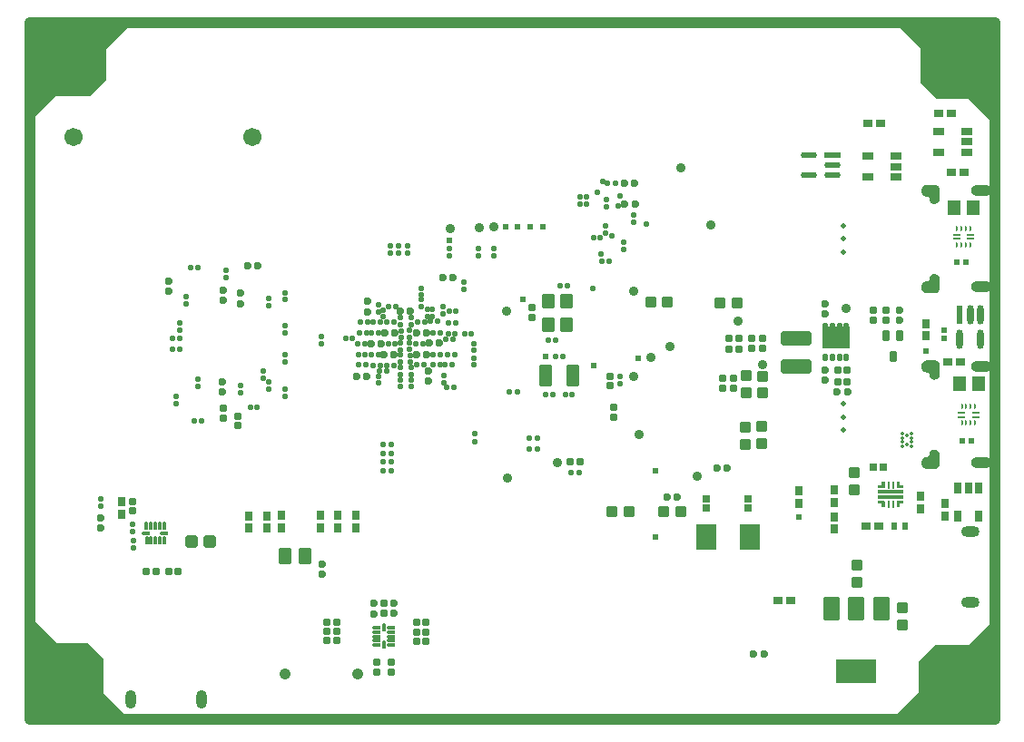
<source format=gbs>
G04*
G04 #@! TF.GenerationSoftware,Altium Limited,Altium Designer,25.1.2 (22)*
G04*
G04 Layer_Color=16711935*
%FSAX25Y25*%
%MOIN*%
G70*
G04*
G04 #@! TF.SameCoordinates,C8C0AD5F-FC7A-4EF2-B1F4-1BF668D8B3FE*
G04*
G04*
G04 #@! TF.FilePolarity,Negative*
G04*
G01*
G75*
%ADD72C,0.03937*%
%ADD73C,0.02368*%
G04:AMPARAMS|DCode=77|XSize=24mil|YSize=24mil|CornerRadius=4mil|HoleSize=0mil|Usage=FLASHONLY|Rotation=180.000|XOffset=0mil|YOffset=0mil|HoleType=Round|Shape=RoundedRectangle|*
%AMROUNDEDRECTD77*
21,1,0.02400,0.01600,0,0,180.0*
21,1,0.01600,0.02400,0,0,180.0*
1,1,0.00800,-0.00800,0.00800*
1,1,0.00800,0.00800,0.00800*
1,1,0.00800,0.00800,-0.00800*
1,1,0.00800,-0.00800,-0.00800*
%
%ADD77ROUNDEDRECTD77*%
%ADD80R,0.03353X0.02762*%
G04:AMPARAMS|DCode=84|XSize=41.4mil|YSize=37.47mil|CornerRadius=5.35mil|HoleSize=0mil|Usage=FLASHONLY|Rotation=270.000|XOffset=0mil|YOffset=0mil|HoleType=Round|Shape=RoundedRectangle|*
%AMROUNDEDRECTD84*
21,1,0.04140,0.02677,0,0,270.0*
21,1,0.03071,0.03747,0,0,270.0*
1,1,0.01069,-0.01339,-0.01535*
1,1,0.01069,-0.01339,0.01535*
1,1,0.01069,0.01339,0.01535*
1,1,0.01069,0.01339,-0.01535*
%
%ADD84ROUNDEDRECTD84*%
G04:AMPARAMS|DCode=87|XSize=18.01mil|YSize=18.01mil|CornerRadius=4.2mil|HoleSize=0mil|Usage=FLASHONLY|Rotation=180.000|XOffset=0mil|YOffset=0mil|HoleType=Round|Shape=RoundedRectangle|*
%AMROUNDEDRECTD87*
21,1,0.01801,0.00961,0,0,180.0*
21,1,0.00961,0.01801,0,0,180.0*
1,1,0.00840,-0.00480,0.00480*
1,1,0.00840,0.00480,0.00480*
1,1,0.00840,0.00480,-0.00480*
1,1,0.00840,-0.00480,-0.00480*
%
%ADD87ROUNDEDRECTD87*%
G04:AMPARAMS|DCode=88|XSize=18.01mil|YSize=18.01mil|CornerRadius=4.2mil|HoleSize=0mil|Usage=FLASHONLY|Rotation=270.000|XOffset=0mil|YOffset=0mil|HoleType=Round|Shape=RoundedRectangle|*
%AMROUNDEDRECTD88*
21,1,0.01801,0.00961,0,0,270.0*
21,1,0.00961,0.01801,0,0,270.0*
1,1,0.00840,-0.00480,-0.00480*
1,1,0.00840,-0.00480,0.00480*
1,1,0.00840,0.00480,0.00480*
1,1,0.00840,0.00480,-0.00480*
%
%ADD88ROUNDEDRECTD88*%
G04:AMPARAMS|DCode=89|XSize=17.78mil|YSize=17.78mil|CornerRadius=3.38mil|HoleSize=0mil|Usage=FLASHONLY|Rotation=180.000|XOffset=0mil|YOffset=0mil|HoleType=Round|Shape=RoundedRectangle|*
%AMROUNDEDRECTD89*
21,1,0.01778,0.01102,0,0,180.0*
21,1,0.01102,0.01778,0,0,180.0*
1,1,0.00676,-0.00551,0.00551*
1,1,0.00676,0.00551,0.00551*
1,1,0.00676,0.00551,-0.00551*
1,1,0.00676,-0.00551,-0.00551*
%
%ADD89ROUNDEDRECTD89*%
%ADD92C,0.01384*%
%ADD94R,0.02368X0.01975*%
%ADD95R,0.02920X0.02762*%
%ADD96R,0.01975X0.02368*%
G04:AMPARAMS|DCode=101|XSize=27.62mil|YSize=27.62mil|CornerRadius=4.36mil|HoleSize=0mil|Usage=FLASHONLY|Rotation=270.000|XOffset=0mil|YOffset=0mil|HoleType=Round|Shape=RoundedRectangle|*
%AMROUNDEDRECTD101*
21,1,0.02762,0.01890,0,0,270.0*
21,1,0.01890,0.02762,0,0,270.0*
1,1,0.00872,-0.00945,-0.00945*
1,1,0.00872,-0.00945,0.00945*
1,1,0.00872,0.00945,0.00945*
1,1,0.00872,0.00945,-0.00945*
%
%ADD101ROUNDEDRECTD101*%
G04:AMPARAMS|DCode=105|XSize=47.31mil|YSize=43.37mil|CornerRadius=5.94mil|HoleSize=0mil|Usage=FLASHONLY|Rotation=90.000|XOffset=0mil|YOffset=0mil|HoleType=Round|Shape=RoundedRectangle|*
%AMROUNDEDRECTD105*
21,1,0.04731,0.03150,0,0,90.0*
21,1,0.03543,0.04337,0,0,90.0*
1,1,0.01187,0.01575,0.01772*
1,1,0.01187,0.01575,-0.01772*
1,1,0.01187,-0.01575,-0.01772*
1,1,0.01187,-0.01575,0.01772*
%
%ADD105ROUNDEDRECTD105*%
G04:AMPARAMS|DCode=107|XSize=24mil|YSize=24mil|CornerRadius=4mil|HoleSize=0mil|Usage=FLASHONLY|Rotation=270.000|XOffset=0mil|YOffset=0mil|HoleType=Round|Shape=RoundedRectangle|*
%AMROUNDEDRECTD107*
21,1,0.02400,0.01600,0,0,270.0*
21,1,0.01600,0.02400,0,0,270.0*
1,1,0.00800,-0.00800,-0.00800*
1,1,0.00800,-0.00800,0.00800*
1,1,0.00800,0.00800,0.00800*
1,1,0.00800,0.00800,-0.00800*
%
%ADD107ROUNDEDRECTD107*%
G04:AMPARAMS|DCode=113|XSize=41.4mil|YSize=37.47mil|CornerRadius=5.35mil|HoleSize=0mil|Usage=FLASHONLY|Rotation=180.000|XOffset=0mil|YOffset=0mil|HoleType=Round|Shape=RoundedRectangle|*
%AMROUNDEDRECTD113*
21,1,0.04140,0.02677,0,0,180.0*
21,1,0.03071,0.03747,0,0,180.0*
1,1,0.01069,-0.01535,0.01339*
1,1,0.01069,0.01535,0.01339*
1,1,0.01069,0.01535,-0.01339*
1,1,0.01069,-0.01535,-0.01339*
%
%ADD113ROUNDEDRECTD113*%
%ADD125C,0.04140*%
%ADD126O,0.03943X0.06699*%
%ADD127O,0.07684X0.04140*%
%ADD128C,0.20085*%
%ADD129O,0.06699X0.03943*%
%ADD130C,0.06699*%
%ADD131C,0.02198*%
%ADD132C,0.01968*%
%ADD133C,0.02568*%
G04:AMPARAMS|DCode=165|XSize=19.68mil|YSize=7.87mil|CornerRadius=1.97mil|HoleSize=0mil|Usage=FLASHONLY|Rotation=270.000|XOffset=0mil|YOffset=0mil|HoleType=Round|Shape=RoundedRectangle|*
%AMROUNDEDRECTD165*
21,1,0.01968,0.00394,0,0,270.0*
21,1,0.01575,0.00787,0,0,270.0*
1,1,0.00394,-0.00197,-0.00787*
1,1,0.00394,-0.00197,0.00787*
1,1,0.00394,0.00197,0.00787*
1,1,0.00394,0.00197,-0.00787*
%
%ADD165ROUNDEDRECTD165*%
G04:AMPARAMS|DCode=166|XSize=7.87mil|YSize=27.56mil|CornerRadius=1.97mil|HoleSize=0mil|Usage=FLASHONLY|Rotation=270.000|XOffset=0mil|YOffset=0mil|HoleType=Round|Shape=RoundedRectangle|*
%AMROUNDEDRECTD166*
21,1,0.00787,0.02362,0,0,270.0*
21,1,0.00394,0.02756,0,0,270.0*
1,1,0.00394,-0.01181,-0.00197*
1,1,0.00394,-0.01181,0.00197*
1,1,0.00394,0.01181,0.00197*
1,1,0.00394,0.01181,-0.00197*
%
%ADD166ROUNDEDRECTD166*%
%ADD173R,0.05926X0.02253*%
G04:AMPARAMS|DCode=174|XSize=59.26mil|YSize=22.53mil|CornerRadius=11.26mil|HoleSize=0mil|Usage=FLASHONLY|Rotation=180.000|XOffset=0mil|YOffset=0mil|HoleType=Round|Shape=RoundedRectangle|*
%AMROUNDEDRECTD174*
21,1,0.05926,0.00000,0,0,180.0*
21,1,0.03674,0.02253,0,0,180.0*
1,1,0.02253,-0.01837,0.00000*
1,1,0.02253,0.01837,0.00000*
1,1,0.02253,0.01837,0.00000*
1,1,0.02253,-0.01837,0.00000*
%
%ADD174ROUNDEDRECTD174*%
G04:AMPARAMS|DCode=175|XSize=43.31mil|YSize=23.62mil|CornerRadius=2.01mil|HoleSize=0mil|Usage=FLASHONLY|Rotation=180.000|XOffset=0mil|YOffset=0mil|HoleType=Round|Shape=RoundedRectangle|*
%AMROUNDEDRECTD175*
21,1,0.04331,0.01961,0,0,180.0*
21,1,0.03929,0.02362,0,0,180.0*
1,1,0.00402,-0.01965,0.00980*
1,1,0.00402,0.01965,0.00980*
1,1,0.00402,0.01965,-0.00980*
1,1,0.00402,-0.01965,-0.00980*
%
%ADD175ROUNDEDRECTD175*%
%ADD176R,0.02410X0.07107*%
G04:AMPARAMS|DCode=177|XSize=71.07mil|YSize=24.1mil|CornerRadius=12.05mil|HoleSize=0mil|Usage=FLASHONLY|Rotation=270.000|XOffset=0mil|YOffset=0mil|HoleType=Round|Shape=RoundedRectangle|*
%AMROUNDEDRECTD177*
21,1,0.07107,0.00000,0,0,270.0*
21,1,0.04697,0.02410,0,0,270.0*
1,1,0.02410,0.00000,-0.02349*
1,1,0.02410,0.00000,0.02349*
1,1,0.02410,0.00000,0.02349*
1,1,0.02410,0.00000,-0.02349*
%
%ADD177ROUNDEDRECTD177*%
G04:AMPARAMS|DCode=178|XSize=23.62mil|YSize=9.84mil|CornerRadius=1.97mil|HoleSize=0mil|Usage=FLASHONLY|Rotation=90.000|XOffset=0mil|YOffset=0mil|HoleType=Round|Shape=RoundedRectangle|*
%AMROUNDEDRECTD178*
21,1,0.02362,0.00591,0,0,90.0*
21,1,0.01968,0.00984,0,0,90.0*
1,1,0.00394,0.00295,0.00984*
1,1,0.00394,0.00295,-0.00984*
1,1,0.00394,-0.00295,-0.00984*
1,1,0.00394,-0.00295,0.00984*
%
%ADD178ROUNDEDRECTD178*%
%ADD179C,0.01063*%
%ADD180C,0.01002*%
%ADD181C,0.01063*%
G04:AMPARAMS|DCode=182|XSize=11.81mil|YSize=94.49mil|CornerRadius=1.95mil|HoleSize=0mil|Usage=FLASHONLY|Rotation=90.000|XOffset=0mil|YOffset=0mil|HoleType=Round|Shape=RoundedRectangle|*
%AMROUNDEDRECTD182*
21,1,0.01181,0.09059,0,0,90.0*
21,1,0.00791,0.09449,0,0,90.0*
1,1,0.00390,0.04530,0.00396*
1,1,0.00390,0.04530,-0.00396*
1,1,0.00390,-0.04530,-0.00396*
1,1,0.00390,-0.04530,0.00396*
%
%ADD182ROUNDEDRECTD182*%
G04:AMPARAMS|DCode=185|XSize=43.31mil|YSize=23.62mil|CornerRadius=2.01mil|HoleSize=0mil|Usage=FLASHONLY|Rotation=270.000|XOffset=0mil|YOffset=0mil|HoleType=Round|Shape=RoundedRectangle|*
%AMROUNDEDRECTD185*
21,1,0.04331,0.01961,0,0,270.0*
21,1,0.03929,0.02362,0,0,270.0*
1,1,0.00402,-0.00980,-0.01965*
1,1,0.00402,-0.00980,0.01965*
1,1,0.00402,0.00980,0.01965*
1,1,0.00402,0.00980,-0.01965*
%
%ADD185ROUNDEDRECTD185*%
%ADD194R,0.07480X0.09449*%
%ADD202R,0.02762X0.03353*%
G04:AMPARAMS|DCode=203|XSize=27.62mil|YSize=27.62mil|CornerRadius=4.36mil|HoleSize=0mil|Usage=FLASHONLY|Rotation=180.000|XOffset=0mil|YOffset=0mil|HoleType=Round|Shape=RoundedRectangle|*
%AMROUNDEDRECTD203*
21,1,0.02762,0.01890,0,0,180.0*
21,1,0.01890,0.02762,0,0,180.0*
1,1,0.00872,-0.00945,0.00945*
1,1,0.00872,0.00945,0.00945*
1,1,0.00872,0.00945,-0.00945*
1,1,0.00872,-0.00945,-0.00945*
%
%ADD203ROUNDEDRECTD203*%
G04:AMPARAMS|DCode=204|XSize=30mil|YSize=12mil|CornerRadius=2.8mil|HoleSize=0mil|Usage=FLASHONLY|Rotation=0.000|XOffset=0mil|YOffset=0mil|HoleType=Round|Shape=RoundedRectangle|*
%AMROUNDEDRECTD204*
21,1,0.03000,0.00640,0,0,0.0*
21,1,0.02440,0.01200,0,0,0.0*
1,1,0.00560,0.01220,-0.00320*
1,1,0.00560,-0.01220,-0.00320*
1,1,0.00560,-0.01220,0.00320*
1,1,0.00560,0.01220,0.00320*
%
%ADD204ROUNDEDRECTD204*%
G04:AMPARAMS|DCode=205|XSize=12mil|YSize=30mil|CornerRadius=2.8mil|HoleSize=0mil|Usage=FLASHONLY|Rotation=0.000|XOffset=0mil|YOffset=0mil|HoleType=Round|Shape=RoundedRectangle|*
%AMROUNDEDRECTD205*
21,1,0.01200,0.02440,0,0,0.0*
21,1,0.00640,0.03000,0,0,0.0*
1,1,0.00560,0.00320,-0.01220*
1,1,0.00560,-0.00320,-0.01220*
1,1,0.00560,-0.00320,0.01220*
1,1,0.00560,0.00320,0.01220*
%
%ADD205ROUNDEDRECTD205*%
G04:AMPARAMS|DCode=206|XSize=30mil|YSize=16mil|CornerRadius=3.2mil|HoleSize=0mil|Usage=FLASHONLY|Rotation=0.000|XOffset=0mil|YOffset=0mil|HoleType=Round|Shape=RoundedRectangle|*
%AMROUNDEDRECTD206*
21,1,0.03000,0.00960,0,0,0.0*
21,1,0.02360,0.01600,0,0,0.0*
1,1,0.00640,0.01180,-0.00480*
1,1,0.00640,-0.01180,-0.00480*
1,1,0.00640,-0.01180,0.00480*
1,1,0.00640,0.01180,0.00480*
%
%ADD206ROUNDEDRECTD206*%
%ADD207C,0.03550*%
G04:AMPARAMS|DCode=208|XSize=42.98mil|YSize=23.68mil|CornerRadius=3.97mil|HoleSize=0mil|Usage=FLASHONLY|Rotation=270.000|XOffset=0mil|YOffset=0mil|HoleType=Round|Shape=RoundedRectangle|*
%AMROUNDEDRECTD208*
21,1,0.04298,0.01575,0,0,270.0*
21,1,0.03504,0.02368,0,0,270.0*
1,1,0.00794,-0.00787,-0.01752*
1,1,0.00794,-0.00787,0.01752*
1,1,0.00794,0.00787,0.01752*
1,1,0.00794,0.00787,-0.01752*
%
%ADD208ROUNDEDRECTD208*%
%ADD209R,0.04928X0.05715*%
%ADD210R,0.02762X0.02920*%
%ADD211R,0.02368X0.02762*%
G04:AMPARAMS|DCode=212|XSize=111.09mil|YSize=53.61mil|CornerRadius=6.96mil|HoleSize=0mil|Usage=FLASHONLY|Rotation=0.000|XOffset=0mil|YOffset=0mil|HoleType=Round|Shape=RoundedRectangle|*
%AMROUNDEDRECTD212*
21,1,0.11109,0.03969,0,0,0.0*
21,1,0.09717,0.05361,0,0,0.0*
1,1,0.01392,0.04858,-0.01984*
1,1,0.01392,-0.04858,-0.01984*
1,1,0.01392,-0.04858,0.01984*
1,1,0.01392,0.04858,0.01984*
%
%ADD212ROUNDEDRECTD212*%
%ADD213R,0.10046X0.07998*%
G04:AMPARAMS|DCode=214|XSize=17.78mil|YSize=17.78mil|CornerRadius=3.38mil|HoleSize=0mil|Usage=FLASHONLY|Rotation=90.000|XOffset=0mil|YOffset=0mil|HoleType=Round|Shape=RoundedRectangle|*
%AMROUNDEDRECTD214*
21,1,0.01778,0.01102,0,0,90.0*
21,1,0.01102,0.01778,0,0,90.0*
1,1,0.00676,0.00551,0.00551*
1,1,0.00676,0.00551,-0.00551*
1,1,0.00676,-0.00551,-0.00551*
1,1,0.00676,-0.00551,0.00551*
%
%ADD214ROUNDEDRECTD214*%
G04:AMPARAMS|DCode=215|XSize=25.65mil|YSize=17.78mil|CornerRadius=3.38mil|HoleSize=0mil|Usage=FLASHONLY|Rotation=90.000|XOffset=0mil|YOffset=0mil|HoleType=Round|Shape=RoundedRectangle|*
%AMROUNDEDRECTD215*
21,1,0.02565,0.01102,0,0,90.0*
21,1,0.01890,0.01778,0,0,90.0*
1,1,0.00676,0.00551,0.00945*
1,1,0.00676,0.00551,-0.00945*
1,1,0.00676,-0.00551,-0.00945*
1,1,0.00676,-0.00551,0.00945*
%
%ADD215ROUNDEDRECTD215*%
%ADD216R,0.14967X0.08865*%
G04:AMPARAMS|DCode=217|XSize=59.12mil|YSize=88.65mil|CornerRadius=7.51mil|HoleSize=0mil|Usage=FLASHONLY|Rotation=180.000|XOffset=0mil|YOffset=0mil|HoleType=Round|Shape=RoundedRectangle|*
%AMROUNDEDRECTD217*
21,1,0.05912,0.07362,0,0,180.0*
21,1,0.04409,0.08865,0,0,180.0*
1,1,0.01502,-0.02205,0.03681*
1,1,0.01502,0.02205,0.03681*
1,1,0.01502,0.02205,-0.03681*
1,1,0.01502,-0.02205,-0.03681*
%
%ADD217ROUNDEDRECTD217*%
G04:AMPARAMS|DCode=218|XSize=30mil|YSize=16mil|CornerRadius=3.2mil|HoleSize=0mil|Usage=FLASHONLY|Rotation=90.000|XOffset=0mil|YOffset=0mil|HoleType=Round|Shape=RoundedRectangle|*
%AMROUNDEDRECTD218*
21,1,0.03000,0.00960,0,0,90.0*
21,1,0.02360,0.01600,0,0,90.0*
1,1,0.00640,0.00480,0.01180*
1,1,0.00640,0.00480,-0.01180*
1,1,0.00640,-0.00480,-0.01180*
1,1,0.00640,-0.00480,0.01180*
%
%ADD218ROUNDEDRECTD218*%
G04:AMPARAMS|DCode=219|XSize=30mil|YSize=12mil|CornerRadius=2.8mil|HoleSize=0mil|Usage=FLASHONLY|Rotation=90.000|XOffset=0mil|YOffset=0mil|HoleType=Round|Shape=RoundedRectangle|*
%AMROUNDEDRECTD219*
21,1,0.03000,0.00640,0,0,90.0*
21,1,0.02440,0.01200,0,0,90.0*
1,1,0.00560,0.00320,0.01220*
1,1,0.00560,0.00320,-0.01220*
1,1,0.00560,-0.00320,-0.01220*
1,1,0.00560,-0.00320,0.01220*
%
%ADD219ROUNDEDRECTD219*%
G04:AMPARAMS|DCode=220|XSize=12mil|YSize=30mil|CornerRadius=2.8mil|HoleSize=0mil|Usage=FLASHONLY|Rotation=90.000|XOffset=0mil|YOffset=0mil|HoleType=Round|Shape=RoundedRectangle|*
%AMROUNDEDRECTD220*
21,1,0.01200,0.02440,0,0,90.0*
21,1,0.00640,0.03000,0,0,90.0*
1,1,0.00560,0.01220,0.00320*
1,1,0.00560,0.01220,-0.00320*
1,1,0.00560,-0.01220,-0.00320*
1,1,0.00560,-0.01220,0.00320*
%
%ADD220ROUNDEDRECTD220*%
G04:AMPARAMS|DCode=221|XSize=63.06mil|YSize=43.37mil|CornerRadius=5.94mil|HoleSize=0mil|Usage=FLASHONLY|Rotation=270.000|XOffset=0mil|YOffset=0mil|HoleType=Round|Shape=RoundedRectangle|*
%AMROUNDEDRECTD221*
21,1,0.06306,0.03150,0,0,270.0*
21,1,0.05118,0.04337,0,0,270.0*
1,1,0.01187,-0.01575,-0.02559*
1,1,0.01187,-0.01575,0.02559*
1,1,0.01187,0.01575,0.02559*
1,1,0.01187,0.01575,-0.02559*
%
%ADD221ROUNDEDRECTD221*%
G04:AMPARAMS|DCode=222|XSize=46.91mil|YSize=54.79mil|CornerRadius=6.29mil|HoleSize=0mil|Usage=FLASHONLY|Rotation=0.000|XOffset=0mil|YOffset=0mil|HoleType=Round|Shape=RoundedRectangle|*
%AMROUNDEDRECTD222*
21,1,0.04691,0.04221,0,0,0.0*
21,1,0.03433,0.05479,0,0,0.0*
1,1,0.01258,0.01717,-0.02110*
1,1,0.01258,-0.01717,-0.02110*
1,1,0.01258,-0.01717,0.02110*
1,1,0.01258,0.01717,0.02110*
%
%ADD222ROUNDEDRECTD222*%
G04:AMPARAMS|DCode=223|XSize=47.31mil|YSize=78.8mil|CornerRadius=6.33mil|HoleSize=0mil|Usage=FLASHONLY|Rotation=180.000|XOffset=0mil|YOffset=0mil|HoleType=Round|Shape=RoundedRectangle|*
%AMROUNDEDRECTD223*
21,1,0.04731,0.06614,0,0,180.0*
21,1,0.03465,0.07880,0,0,180.0*
1,1,0.01266,-0.01732,0.03307*
1,1,0.01266,0.01732,0.03307*
1,1,0.01266,0.01732,-0.03307*
1,1,0.01266,-0.01732,-0.03307*
%
%ADD223ROUNDEDRECTD223*%
G36*
X0700678Y0885531D02*
X0698709D01*
X0690835Y0893405D01*
X0679418D01*
X0673512Y0899311D01*
Y0911909D01*
X0664064Y0921358D01*
X0700678D01*
Y0885531D01*
D02*
G37*
G36*
X0382174Y0919390D02*
X0374300Y0911516D01*
Y0900098D01*
X0368394Y0894193D01*
X0355796D01*
X0346347Y0884744D01*
Y0921358D01*
X0382174D01*
Y0919390D01*
D02*
G37*
G36*
X0678528Y0861807D02*
X0678638Y0861799D01*
X0678753Y0861783D01*
X0678863Y0861764D01*
X0678973Y0861736D01*
X0679083Y0861705D01*
X0679190Y0861665D01*
X0679296Y0861622D01*
X0679398Y0861575D01*
X0679497Y0861520D01*
X0679595Y0861460D01*
X0679686Y0861397D01*
X0679776Y0861327D01*
X0679863Y0861256D01*
X0679946Y0861177D01*
X0680024Y0861094D01*
X0680095Y0861008D01*
X0680166Y0860917D01*
X0680229Y0860827D01*
X0680288Y0860728D01*
X0680343Y0860630D01*
X0680390Y0860527D01*
X0680434Y0860421D01*
X0680473Y0860315D01*
X0680505Y0860205D01*
X0680532Y0860094D01*
X0680552Y0859984D01*
X0680568Y0859870D01*
X0680575Y0859760D01*
X0680579Y0859646D01*
Y0856870D01*
X0680575Y0856756D01*
X0680568Y0856646D01*
X0680552Y0856531D01*
X0680532Y0856421D01*
X0680505Y0856311D01*
X0680473Y0856201D01*
X0680434Y0856094D01*
X0680390Y0855988D01*
X0680343Y0855886D01*
X0680288Y0855787D01*
X0680229Y0855689D01*
X0680166Y0855598D01*
X0680095Y0855508D01*
X0680024Y0855421D01*
X0679946Y0855338D01*
X0679863Y0855260D01*
X0679776Y0855189D01*
X0679686Y0855118D01*
X0679595Y0855055D01*
X0679497Y0854996D01*
X0679398Y0854941D01*
X0679296Y0854894D01*
X0679190Y0854850D01*
X0679083Y0854811D01*
X0678973Y0854779D01*
X0678863Y0854752D01*
X0678753Y0854732D01*
X0678638Y0854716D01*
X0678528Y0854708D01*
X0678414Y0854705D01*
X0678324Y0854708D01*
X0678233Y0854712D01*
X0678142Y0854724D01*
X0678056Y0854744D01*
X0677965Y0854764D01*
X0677879Y0854791D01*
X0677792Y0854819D01*
X0677709Y0854854D01*
X0677627Y0854894D01*
X0677548Y0854937D01*
X0677469Y0854984D01*
X0677394Y0855035D01*
X0677323Y0855090D01*
X0677256Y0855149D01*
X0677190Y0855212D01*
X0677127Y0855279D01*
X0677068Y0855346D01*
X0677012Y0855417D01*
X0676961Y0855492D01*
X0676914Y0855571D01*
X0676871Y0855649D01*
X0676831Y0855732D01*
X0676796Y0855815D01*
X0676768Y0855902D01*
X0676741Y0855988D01*
X0676721Y0856079D01*
X0676701Y0856165D01*
X0676690Y0856256D01*
X0676686Y0856346D01*
X0676682Y0856437D01*
Y0856594D01*
X0676678Y0856630D01*
X0676674Y0856669D01*
X0676666Y0856705D01*
X0676658Y0856744D01*
X0676646Y0856779D01*
X0676635Y0856815D01*
X0676619Y0856850D01*
X0676603Y0856886D01*
X0676583Y0856921D01*
X0676564Y0856953D01*
X0676544Y0856984D01*
X0676520Y0857012D01*
X0676493Y0857043D01*
X0676469Y0857071D01*
X0676442Y0857094D01*
X0676410Y0857122D01*
X0676382Y0857146D01*
X0676351Y0857165D01*
X0676316Y0857185D01*
X0676284Y0857205D01*
X0676249Y0857220D01*
X0676213Y0857236D01*
X0676178Y0857248D01*
X0676142Y0857260D01*
X0676103Y0857268D01*
X0676068Y0857275D01*
X0676028Y0857279D01*
X0675993Y0857283D01*
X0675953D01*
X0675835Y0857287D01*
X0675717Y0857295D01*
X0675599Y0857311D01*
X0675481Y0857335D01*
X0675367Y0857362D01*
X0675253Y0857394D01*
X0675142Y0857433D01*
X0675032Y0857480D01*
X0674926Y0857531D01*
X0674824Y0857586D01*
X0674721Y0857650D01*
X0674623Y0857716D01*
X0674528Y0857787D01*
X0674438Y0857866D01*
X0674351Y0857945D01*
X0674272Y0858031D01*
X0674193Y0858122D01*
X0674123Y0858216D01*
X0674056Y0858315D01*
X0673993Y0858417D01*
X0673938Y0858520D01*
X0673886Y0858626D01*
X0673839Y0858736D01*
X0673800Y0858846D01*
X0673768Y0858961D01*
X0673741Y0859075D01*
X0673717Y0859193D01*
X0673701Y0859311D01*
X0673694Y0859429D01*
X0673690Y0859547D01*
X0673694Y0859665D01*
X0673701Y0859783D01*
X0673717Y0859902D01*
X0673741Y0860020D01*
X0673768Y0860134D01*
X0673800Y0860248D01*
X0673839Y0860358D01*
X0673886Y0860468D01*
X0673938Y0860575D01*
X0673993Y0860677D01*
X0674056Y0860779D01*
X0674123Y0860878D01*
X0674193Y0860972D01*
X0674272Y0861063D01*
X0674351Y0861150D01*
X0674438Y0861228D01*
X0674528Y0861307D01*
X0674623Y0861378D01*
X0674721Y0861445D01*
X0674824Y0861508D01*
X0674926Y0861563D01*
X0675032Y0861614D01*
X0675142Y0861661D01*
X0675253Y0861701D01*
X0675367Y0861732D01*
X0675481Y0861760D01*
X0675599Y0861783D01*
X0675717Y0861799D01*
X0675835Y0861807D01*
X0675953Y0861811D01*
X0678414D01*
X0678528Y0861807D01*
D02*
G37*
G36*
Y0828953D02*
X0678638Y0828945D01*
X0678753Y0828929D01*
X0678863Y0828909D01*
X0678973Y0828882D01*
X0679083Y0828850D01*
X0679190Y0828811D01*
X0679296Y0828768D01*
X0679398Y0828720D01*
X0679497Y0828665D01*
X0679595Y0828606D01*
X0679686Y0828543D01*
X0679776Y0828472D01*
X0679863Y0828401D01*
X0679946Y0828323D01*
X0680024Y0828240D01*
X0680095Y0828153D01*
X0680166Y0828063D01*
X0680229Y0827972D01*
X0680288Y0827874D01*
X0680343Y0827775D01*
X0680390Y0827673D01*
X0680434Y0827567D01*
X0680473Y0827460D01*
X0680505Y0827350D01*
X0680532Y0827240D01*
X0680552Y0827130D01*
X0680568Y0827016D01*
X0680575Y0826905D01*
X0680579Y0826791D01*
Y0824016D01*
X0680575Y0823901D01*
X0680568Y0823791D01*
X0680552Y0823677D01*
X0680532Y0823567D01*
X0680505Y0823457D01*
X0680473Y0823346D01*
X0680434Y0823240D01*
X0680390Y0823134D01*
X0680343Y0823031D01*
X0680288Y0822933D01*
X0680229Y0822834D01*
X0680166Y0822744D01*
X0680095Y0822653D01*
X0680024Y0822567D01*
X0679946Y0822484D01*
X0679863Y0822405D01*
X0679776Y0822334D01*
X0679686Y0822264D01*
X0679595Y0822201D01*
X0679497Y0822142D01*
X0679398Y0822087D01*
X0679296Y0822039D01*
X0679190Y0821996D01*
X0679083Y0821957D01*
X0678973Y0821925D01*
X0678863Y0821898D01*
X0678753Y0821878D01*
X0678638Y0821862D01*
X0678528Y0821854D01*
X0678414Y0821850D01*
X0675953D01*
X0675835Y0821854D01*
X0675717Y0821862D01*
X0675599Y0821878D01*
X0675481Y0821902D01*
X0675367Y0821929D01*
X0675253Y0821961D01*
X0675142Y0822000D01*
X0675032Y0822047D01*
X0674926Y0822098D01*
X0674824Y0822153D01*
X0674721Y0822216D01*
X0674623Y0822283D01*
X0674528Y0822354D01*
X0674438Y0822433D01*
X0674351Y0822512D01*
X0674272Y0822598D01*
X0674193Y0822689D01*
X0674123Y0822783D01*
X0674056Y0822882D01*
X0673993Y0822984D01*
X0673938Y0823086D01*
X0673886Y0823193D01*
X0673839Y0823303D01*
X0673800Y0823413D01*
X0673768Y0823527D01*
X0673741Y0823642D01*
X0673717Y0823760D01*
X0673701Y0823878D01*
X0673694Y0823996D01*
X0673690Y0824114D01*
X0673694Y0824232D01*
X0673701Y0824350D01*
X0673717Y0824468D01*
X0673741Y0824586D01*
X0673768Y0824701D01*
X0673800Y0824815D01*
X0673839Y0824925D01*
X0673886Y0825035D01*
X0673938Y0825142D01*
X0673993Y0825244D01*
X0674056Y0825346D01*
X0674123Y0825445D01*
X0674193Y0825539D01*
X0674272Y0825630D01*
X0674351Y0825716D01*
X0674438Y0825795D01*
X0674528Y0825874D01*
X0674623Y0825945D01*
X0674721Y0826012D01*
X0674824Y0826075D01*
X0674926Y0826130D01*
X0675032Y0826181D01*
X0675142Y0826228D01*
X0675253Y0826268D01*
X0675367Y0826299D01*
X0675481Y0826327D01*
X0675599Y0826350D01*
X0675717Y0826366D01*
X0675835Y0826374D01*
X0675953Y0826378D01*
X0675993D01*
X0676028Y0826382D01*
X0676068Y0826386D01*
X0676103Y0826394D01*
X0676142Y0826402D01*
X0676178Y0826413D01*
X0676213Y0826425D01*
X0676249Y0826441D01*
X0676284Y0826457D01*
X0676316Y0826476D01*
X0676351Y0826496D01*
X0676382Y0826516D01*
X0676410Y0826539D01*
X0676442Y0826567D01*
X0676469Y0826590D01*
X0676493Y0826618D01*
X0676520Y0826649D01*
X0676544Y0826677D01*
X0676564Y0826709D01*
X0676583Y0826740D01*
X0676603Y0826775D01*
X0676619Y0826811D01*
X0676635Y0826846D01*
X0676646Y0826882D01*
X0676658Y0826917D01*
X0676666Y0826957D01*
X0676674Y0826992D01*
X0676678Y0827031D01*
X0676682Y0827067D01*
Y0827224D01*
X0676686Y0827315D01*
X0676690Y0827405D01*
X0676701Y0827496D01*
X0676721Y0827583D01*
X0676741Y0827673D01*
X0676768Y0827760D01*
X0676796Y0827846D01*
X0676831Y0827929D01*
X0676871Y0828012D01*
X0676914Y0828090D01*
X0676961Y0828169D01*
X0677012Y0828244D01*
X0677068Y0828315D01*
X0677127Y0828382D01*
X0677190Y0828449D01*
X0677256Y0828512D01*
X0677323Y0828571D01*
X0677394Y0828626D01*
X0677469Y0828677D01*
X0677548Y0828724D01*
X0677627Y0828768D01*
X0677709Y0828807D01*
X0677792Y0828842D01*
X0677879Y0828870D01*
X0677965Y0828897D01*
X0678056Y0828917D01*
X0678142Y0828937D01*
X0678233Y0828949D01*
X0678324Y0828953D01*
X0678414Y0828957D01*
X0678528Y0828953D01*
D02*
G37*
G36*
Y0797240D02*
X0678638Y0797232D01*
X0678753Y0797216D01*
X0678863Y0797197D01*
X0678973Y0797169D01*
X0679083Y0797138D01*
X0679190Y0797098D01*
X0679296Y0797055D01*
X0679398Y0797008D01*
X0679497Y0796953D01*
X0679595Y0796894D01*
X0679686Y0796831D01*
X0679776Y0796760D01*
X0679863Y0796689D01*
X0679946Y0796610D01*
X0680024Y0796527D01*
X0680095Y0796441D01*
X0680166Y0796350D01*
X0680229Y0796260D01*
X0680288Y0796161D01*
X0680343Y0796063D01*
X0680390Y0795961D01*
X0680434Y0795854D01*
X0680473Y0795748D01*
X0680505Y0795638D01*
X0680532Y0795527D01*
X0680552Y0795417D01*
X0680568Y0795303D01*
X0680575Y0795193D01*
X0680579Y0795079D01*
Y0792303D01*
X0680575Y0792189D01*
X0680568Y0792079D01*
X0680552Y0791964D01*
X0680532Y0791854D01*
X0680505Y0791744D01*
X0680473Y0791634D01*
X0680434Y0791527D01*
X0680390Y0791421D01*
X0680343Y0791319D01*
X0680288Y0791220D01*
X0680229Y0791122D01*
X0680166Y0791031D01*
X0680095Y0790941D01*
X0680024Y0790854D01*
X0679946Y0790771D01*
X0679863Y0790693D01*
X0679776Y0790622D01*
X0679686Y0790551D01*
X0679595Y0790488D01*
X0679497Y0790429D01*
X0679398Y0790374D01*
X0679296Y0790327D01*
X0679190Y0790283D01*
X0679083Y0790244D01*
X0678973Y0790212D01*
X0678863Y0790185D01*
X0678753Y0790165D01*
X0678638Y0790149D01*
X0678528Y0790142D01*
X0678414Y0790138D01*
X0678324Y0790142D01*
X0678233Y0790146D01*
X0678142Y0790157D01*
X0678056Y0790177D01*
X0677965Y0790197D01*
X0677879Y0790224D01*
X0677792Y0790252D01*
X0677709Y0790287D01*
X0677627Y0790327D01*
X0677548Y0790370D01*
X0677469Y0790417D01*
X0677394Y0790468D01*
X0677323Y0790523D01*
X0677256Y0790583D01*
X0677190Y0790646D01*
X0677127Y0790712D01*
X0677068Y0790779D01*
X0677012Y0790850D01*
X0676961Y0790925D01*
X0676914Y0791004D01*
X0676871Y0791083D01*
X0676831Y0791165D01*
X0676796Y0791248D01*
X0676768Y0791334D01*
X0676741Y0791421D01*
X0676721Y0791512D01*
X0676701Y0791598D01*
X0676690Y0791689D01*
X0676686Y0791779D01*
X0676682Y0791870D01*
Y0792027D01*
X0676678Y0792063D01*
X0676674Y0792102D01*
X0676666Y0792138D01*
X0676658Y0792177D01*
X0676646Y0792212D01*
X0676635Y0792248D01*
X0676619Y0792283D01*
X0676603Y0792319D01*
X0676583Y0792354D01*
X0676564Y0792386D01*
X0676544Y0792417D01*
X0676520Y0792445D01*
X0676493Y0792476D01*
X0676469Y0792504D01*
X0676442Y0792527D01*
X0676410Y0792555D01*
X0676382Y0792579D01*
X0676351Y0792598D01*
X0676316Y0792618D01*
X0676284Y0792638D01*
X0676249Y0792653D01*
X0676213Y0792669D01*
X0676178Y0792681D01*
X0676142Y0792693D01*
X0676103Y0792701D01*
X0676068Y0792708D01*
X0676028Y0792712D01*
X0675993Y0792716D01*
X0675953D01*
X0675835Y0792720D01*
X0675717Y0792728D01*
X0675599Y0792744D01*
X0675481Y0792768D01*
X0675367Y0792795D01*
X0675253Y0792827D01*
X0675142Y0792866D01*
X0675032Y0792913D01*
X0674926Y0792965D01*
X0674824Y0793020D01*
X0674721Y0793083D01*
X0674623Y0793150D01*
X0674528Y0793220D01*
X0674438Y0793299D01*
X0674351Y0793378D01*
X0674272Y0793465D01*
X0674193Y0793555D01*
X0674123Y0793649D01*
X0674056Y0793748D01*
X0673993Y0793850D01*
X0673938Y0793953D01*
X0673886Y0794059D01*
X0673839Y0794169D01*
X0673800Y0794279D01*
X0673768Y0794394D01*
X0673741Y0794508D01*
X0673717Y0794626D01*
X0673701Y0794744D01*
X0673694Y0794862D01*
X0673690Y0794980D01*
X0673694Y0795098D01*
X0673701Y0795216D01*
X0673717Y0795334D01*
X0673741Y0795453D01*
X0673768Y0795567D01*
X0673800Y0795681D01*
X0673839Y0795791D01*
X0673886Y0795901D01*
X0673938Y0796008D01*
X0673993Y0796110D01*
X0674056Y0796212D01*
X0674123Y0796311D01*
X0674193Y0796405D01*
X0674272Y0796496D01*
X0674351Y0796583D01*
X0674438Y0796661D01*
X0674528Y0796740D01*
X0674623Y0796811D01*
X0674721Y0796878D01*
X0674824Y0796941D01*
X0674926Y0796996D01*
X0675032Y0797047D01*
X0675142Y0797094D01*
X0675253Y0797134D01*
X0675367Y0797165D01*
X0675481Y0797193D01*
X0675599Y0797216D01*
X0675717Y0797232D01*
X0675835Y0797240D01*
X0675953Y0797244D01*
X0678414D01*
X0678528Y0797240D01*
D02*
G37*
G36*
Y0764386D02*
X0678638Y0764378D01*
X0678753Y0764362D01*
X0678863Y0764342D01*
X0678973Y0764315D01*
X0679083Y0764283D01*
X0679190Y0764244D01*
X0679296Y0764201D01*
X0679398Y0764153D01*
X0679497Y0764098D01*
X0679595Y0764039D01*
X0679686Y0763976D01*
X0679776Y0763905D01*
X0679863Y0763834D01*
X0679946Y0763756D01*
X0680024Y0763673D01*
X0680095Y0763587D01*
X0680166Y0763496D01*
X0680229Y0763405D01*
X0680288Y0763307D01*
X0680343Y0763208D01*
X0680390Y0763106D01*
X0680434Y0763000D01*
X0680473Y0762894D01*
X0680505Y0762783D01*
X0680532Y0762673D01*
X0680552Y0762563D01*
X0680568Y0762449D01*
X0680575Y0762338D01*
X0680579Y0762224D01*
Y0759449D01*
X0680575Y0759335D01*
X0680568Y0759224D01*
X0680552Y0759110D01*
X0680532Y0759000D01*
X0680505Y0758890D01*
X0680473Y0758779D01*
X0680434Y0758673D01*
X0680390Y0758567D01*
X0680343Y0758464D01*
X0680288Y0758366D01*
X0680229Y0758268D01*
X0680166Y0758177D01*
X0680095Y0758086D01*
X0680024Y0758000D01*
X0679946Y0757917D01*
X0679863Y0757838D01*
X0679776Y0757768D01*
X0679686Y0757697D01*
X0679595Y0757634D01*
X0679497Y0757575D01*
X0679398Y0757520D01*
X0679296Y0757472D01*
X0679190Y0757429D01*
X0679083Y0757390D01*
X0678973Y0757358D01*
X0678863Y0757331D01*
X0678753Y0757311D01*
X0678638Y0757295D01*
X0678528Y0757287D01*
X0678414Y0757283D01*
X0675953D01*
X0675835Y0757287D01*
X0675717Y0757295D01*
X0675599Y0757311D01*
X0675481Y0757335D01*
X0675367Y0757362D01*
X0675253Y0757394D01*
X0675142Y0757433D01*
X0675032Y0757480D01*
X0674926Y0757531D01*
X0674824Y0757586D01*
X0674721Y0757650D01*
X0674623Y0757716D01*
X0674528Y0757787D01*
X0674438Y0757866D01*
X0674351Y0757945D01*
X0674272Y0758031D01*
X0674193Y0758122D01*
X0674123Y0758216D01*
X0674056Y0758315D01*
X0673993Y0758417D01*
X0673938Y0758520D01*
X0673886Y0758626D01*
X0673839Y0758736D01*
X0673800Y0758846D01*
X0673768Y0758960D01*
X0673741Y0759075D01*
X0673717Y0759193D01*
X0673701Y0759311D01*
X0673694Y0759429D01*
X0673690Y0759547D01*
X0673694Y0759665D01*
X0673701Y0759783D01*
X0673717Y0759902D01*
X0673741Y0760020D01*
X0673768Y0760134D01*
X0673800Y0760248D01*
X0673839Y0760358D01*
X0673886Y0760468D01*
X0673938Y0760575D01*
X0673993Y0760677D01*
X0674056Y0760779D01*
X0674123Y0760878D01*
X0674193Y0760972D01*
X0674272Y0761063D01*
X0674351Y0761150D01*
X0674438Y0761228D01*
X0674528Y0761307D01*
X0674623Y0761378D01*
X0674721Y0761445D01*
X0674824Y0761508D01*
X0674926Y0761563D01*
X0675032Y0761614D01*
X0675142Y0761661D01*
X0675253Y0761701D01*
X0675367Y0761732D01*
X0675481Y0761760D01*
X0675599Y0761783D01*
X0675717Y0761799D01*
X0675835Y0761807D01*
X0675953Y0761811D01*
X0675993D01*
X0676028Y0761815D01*
X0676068Y0761819D01*
X0676103Y0761827D01*
X0676142Y0761834D01*
X0676178Y0761846D01*
X0676213Y0761858D01*
X0676249Y0761874D01*
X0676284Y0761890D01*
X0676316Y0761909D01*
X0676351Y0761929D01*
X0676382Y0761949D01*
X0676410Y0761972D01*
X0676442Y0762000D01*
X0676469Y0762023D01*
X0676493Y0762051D01*
X0676520Y0762083D01*
X0676544Y0762110D01*
X0676564Y0762142D01*
X0676583Y0762173D01*
X0676603Y0762209D01*
X0676619Y0762244D01*
X0676635Y0762279D01*
X0676646Y0762315D01*
X0676658Y0762350D01*
X0676666Y0762390D01*
X0676674Y0762425D01*
X0676678Y0762465D01*
X0676682Y0762500D01*
Y0762657D01*
X0676686Y0762748D01*
X0676690Y0762839D01*
X0676701Y0762929D01*
X0676721Y0763016D01*
X0676741Y0763106D01*
X0676768Y0763193D01*
X0676796Y0763279D01*
X0676831Y0763362D01*
X0676871Y0763445D01*
X0676914Y0763523D01*
X0676961Y0763602D01*
X0677012Y0763677D01*
X0677068Y0763748D01*
X0677127Y0763815D01*
X0677190Y0763882D01*
X0677256Y0763945D01*
X0677323Y0764004D01*
X0677394Y0764059D01*
X0677469Y0764110D01*
X0677548Y0764157D01*
X0677627Y0764201D01*
X0677709Y0764240D01*
X0677792Y0764276D01*
X0677879Y0764303D01*
X0677965Y0764331D01*
X0678056Y0764350D01*
X0678142Y0764370D01*
X0678233Y0764382D01*
X0678324Y0764386D01*
X0678414Y0764390D01*
X0678528Y0764386D01*
D02*
G37*
G36*
X0665638Y0752657D02*
X0665678Y0752657D01*
X0665750Y0752627D01*
X0665805Y0752572D01*
X0665835Y0752500D01*
X0665835Y0752460D01*
X0665835Y0752460D01*
Y0751279D01*
X0667016Y0751279D01*
X0667056Y0751279D01*
X0667128Y0751249D01*
X0667183Y0751194D01*
X0667213Y0751122D01*
X0667213Y0751083D01*
X0667213Y0751083D01*
X0667213Y0750492D01*
X0667213Y0750453D01*
X0667183Y0750381D01*
X0667128Y0750325D01*
X0667056Y0750295D01*
X0667016Y0750295D01*
X0667016D01*
X0664851Y0750295D01*
X0664812Y0750295D01*
X0664740Y0750325D01*
X0664684Y0750381D01*
X0664654Y0750453D01*
X0664654Y0750492D01*
X0664654Y0750492D01*
Y0752460D01*
X0664654Y0752500D01*
X0664684Y0752572D01*
X0664740Y0752627D01*
X0664812Y0752657D01*
X0664851Y0752657D01*
Y0752657D01*
X0665638Y0752657D01*
D02*
G37*
G36*
X0660238Y0752627D02*
X0660293Y0752572D01*
X0660323Y0752500D01*
X0660323Y0752460D01*
X0660323Y0750492D01*
X0660323Y0750492D01*
X0660323Y0750453D01*
X0660293Y0750381D01*
X0660238Y0750325D01*
X0660166Y0750295D01*
X0660127Y0750295D01*
X0657961Y0750295D01*
X0657922Y0750295D01*
X0657850Y0750325D01*
X0657794Y0750381D01*
X0657764Y0750453D01*
X0657764Y0750492D01*
Y0751083D01*
X0657764Y0751122D01*
X0657794Y0751194D01*
X0657850Y0751249D01*
X0657922Y0751279D01*
X0657961Y0751279D01*
X0659142Y0751279D01*
Y0752460D01*
X0659142Y0752460D01*
X0659142Y0752500D01*
X0659172Y0752572D01*
X0659228Y0752627D01*
X0659300Y0752657D01*
X0659339Y0752657D01*
X0660127Y0752657D01*
X0660127Y0752657D01*
X0660166Y0752657D01*
X0660238Y0752627D01*
D02*
G37*
G36*
X0667128Y0745541D02*
X0667183Y0745485D01*
X0667213Y0745413D01*
X0667213Y0745374D01*
X0667213Y0744783D01*
X0667213D01*
Y0744744D01*
X0667183Y0744672D01*
X0667128Y0744617D01*
X0667056Y0744587D01*
X0667016D01*
X0665835Y0744587D01*
Y0743405D01*
X0665835D01*
Y0743366D01*
X0665805Y0743294D01*
X0665750Y0743238D01*
X0665678Y0743209D01*
X0665638D01*
X0664851Y0743209D01*
X0664812Y0743209D01*
X0664740Y0743238D01*
X0664684Y0743294D01*
X0664654Y0743366D01*
X0664654Y0743405D01*
Y0745374D01*
X0664654D01*
X0664654Y0745413D01*
X0664684Y0745485D01*
X0664740Y0745541D01*
X0664812Y0745571D01*
X0664851Y0745571D01*
X0667016Y0745571D01*
X0667016Y0745571D01*
X0667056Y0745571D01*
X0667128Y0745541D01*
D02*
G37*
G36*
X0660238D02*
X0660293Y0745485D01*
X0660323Y0745413D01*
X0660323Y0745374D01*
X0660323D01*
X0660323Y0743405D01*
X0660323Y0743366D01*
X0660293Y0743294D01*
X0660238Y0743238D01*
X0660166Y0743209D01*
X0660127Y0743209D01*
X0659339D01*
X0659300Y0743209D01*
X0659228Y0743238D01*
X0659172Y0743294D01*
X0659142Y0743366D01*
X0659142Y0743405D01*
Y0743405D01*
Y0744587D01*
X0657961D01*
X0657922Y0744587D01*
X0657850Y0744617D01*
X0657794Y0744672D01*
X0657764Y0744744D01*
X0657764Y0744783D01*
Y0744783D01*
Y0745374D01*
X0657764Y0745413D01*
X0657794Y0745485D01*
X0657850Y0745541D01*
X0657922Y0745571D01*
X0657961Y0745571D01*
Y0745571D01*
X0660127Y0745571D01*
X0660166Y0745571D01*
X0660238Y0745541D01*
D02*
G37*
G36*
X0700678Y0665453D02*
X0664851D01*
Y0667421D01*
X0672725Y0675295D01*
Y0686713D01*
X0678631Y0692618D01*
X0691229D01*
X0700678Y0702067D01*
Y0665453D01*
D02*
G37*
G36*
X0356190Y0693405D02*
X0367607D01*
X0373512Y0687500D01*
Y0674901D01*
X0382961Y0665453D01*
X0346347D01*
Y0701279D01*
X0348316D01*
X0356190Y0693405D01*
D02*
G37*
D72*
X0700678Y0665453D02*
Y0921358D01*
X0346347D02*
X0700678D01*
X0346347Y0665453D02*
Y0921358D01*
Y0665453D02*
X0700678D01*
D73*
X0500527Y0841437D02*
D03*
X0675347Y0800553D02*
D03*
X0628631Y0739764D02*
D03*
X0576227Y0732405D02*
D03*
X0576027Y0756805D02*
D03*
X0569617Y0797908D02*
D03*
X0553517Y0795208D02*
D03*
X0535727Y0798505D02*
D03*
X0527327Y0819605D02*
D03*
X0534646Y0846205D02*
D03*
X0529946D02*
D03*
X0525389D02*
D03*
X0521146D02*
D03*
D77*
X0480106Y0707943D02*
D03*
Y0704163D02*
D03*
X0472626Y0707886D02*
D03*
Y0704106D02*
D03*
X0665638Y0811988D02*
D03*
Y0815768D02*
D03*
X0638572Y0814350D02*
D03*
Y0818130D02*
D03*
X0638473Y0789941D02*
D03*
Y0793720D02*
D03*
X0372331Y0735610D02*
D03*
Y0739390D02*
D03*
X0453847Y0722342D02*
D03*
Y0718563D02*
D03*
X0423661Y0818131D02*
D03*
Y0821910D02*
D03*
X0417161Y0789410D02*
D03*
Y0785631D02*
D03*
X0397361Y0826410D02*
D03*
Y0822631D02*
D03*
X0417261Y0819331D02*
D03*
Y0823110D02*
D03*
X0470461Y0815131D02*
D03*
Y0818910D02*
D03*
X0492861Y0789631D02*
D03*
Y0793410D02*
D03*
D80*
X0654083Y0884253D02*
D03*
X0658611D02*
D03*
X0680083Y0887953D02*
D03*
X0684611D02*
D03*
X0684733Y0866240D02*
D03*
X0689260D02*
D03*
X0687981Y0796555D02*
D03*
X0683453D02*
D03*
X0653532Y0736319D02*
D03*
X0658060D02*
D03*
X0621170Y0708853D02*
D03*
X0625698D02*
D03*
D84*
X0585476Y0741805D02*
D03*
X0579177D02*
D03*
X0560177D02*
D03*
X0566476D02*
D03*
X0606076Y0818205D02*
D03*
X0599777D02*
D03*
X0574277Y0818505D02*
D03*
X0580576D02*
D03*
D87*
X0384347Y0728253D02*
D03*
Y0730852D02*
D03*
X0384142Y0734311D02*
D03*
Y0736909D02*
D03*
X0509361Y0795521D02*
D03*
Y0798120D02*
D03*
Y0800821D02*
D03*
Y0803420D02*
D03*
X0490161Y0817021D02*
D03*
Y0819620D02*
D03*
X0498061Y0816820D02*
D03*
Y0814221D02*
D03*
X0494161Y0813221D02*
D03*
Y0815820D02*
D03*
X0485917Y0801208D02*
D03*
Y0803807D02*
D03*
X0482461Y0803520D02*
D03*
Y0800921D02*
D03*
X0486017Y0799107D02*
D03*
Y0796509D02*
D03*
X0486261Y0794620D02*
D03*
Y0792021D02*
D03*
X0482461D02*
D03*
Y0794620D02*
D03*
Y0796621D02*
D03*
Y0799220D02*
D03*
X0498261Y0791520D02*
D03*
Y0788921D02*
D03*
X0482461Y0787521D02*
D03*
Y0790120D02*
D03*
X0486261D02*
D03*
Y0787521D02*
D03*
X0474461Y0788821D02*
D03*
Y0791420D02*
D03*
X0492261Y0815820D02*
D03*
Y0813221D02*
D03*
X0474317Y0817607D02*
D03*
Y0815009D02*
D03*
X0476217Y0815807D02*
D03*
Y0813209D02*
D03*
X0418361Y0827721D02*
D03*
Y0830320D02*
D03*
X0403661Y0817921D02*
D03*
Y0820520D02*
D03*
X0408061Y0787721D02*
D03*
Y0790320D02*
D03*
X0399961Y0781421D02*
D03*
Y0784020D02*
D03*
X0431961Y0793220D02*
D03*
Y0790621D02*
D03*
X0423661Y0788020D02*
D03*
Y0785421D02*
D03*
X0434061Y0786621D02*
D03*
Y0789220D02*
D03*
Y0817421D02*
D03*
Y0820020D02*
D03*
X0439961Y0822120D02*
D03*
Y0819521D02*
D03*
Y0809920D02*
D03*
Y0807321D02*
D03*
Y0799220D02*
D03*
Y0796621D02*
D03*
Y0784121D02*
D03*
Y0786720D02*
D03*
X0486261Y0810221D02*
D03*
Y0812820D02*
D03*
X0482461D02*
D03*
Y0810221D02*
D03*
X0482617Y0805509D02*
D03*
Y0808107D02*
D03*
X0485917Y0808307D02*
D03*
Y0805709D02*
D03*
X0505861Y0825820D02*
D03*
Y0823221D02*
D03*
X0558217Y0853609D02*
D03*
Y0856207D02*
D03*
X0568117Y0850606D02*
D03*
Y0848008D02*
D03*
X0550817Y0854809D02*
D03*
Y0857407D02*
D03*
X0548417D02*
D03*
Y0854809D02*
D03*
X0557917Y0844108D02*
D03*
Y0846707D02*
D03*
X0490227Y0823804D02*
D03*
Y0821205D02*
D03*
D88*
X0505962Y0807120D02*
D03*
X0508561D02*
D03*
X0502860Y0815320D02*
D03*
X0500262D02*
D03*
X0500062Y0811020D02*
D03*
X0502661D02*
D03*
X0502561Y0807120D02*
D03*
X0499962D02*
D03*
X0498862Y0795620D02*
D03*
X0501461D02*
D03*
X0499662Y0799420D02*
D03*
X0502260D02*
D03*
X0501660Y0804820D02*
D03*
X0499062D02*
D03*
X0491060Y0795520D02*
D03*
X0488462D02*
D03*
X0479960Y0795420D02*
D03*
X0477362D02*
D03*
X0467362Y0807220D02*
D03*
X0469960D02*
D03*
X0469460Y0803320D02*
D03*
X0466862D02*
D03*
X0474261Y0799320D02*
D03*
X0471662D02*
D03*
X0472462Y0795420D02*
D03*
X0475061D02*
D03*
X0466962Y0799320D02*
D03*
X0469560D02*
D03*
X0469661Y0795520D02*
D03*
X0467062D02*
D03*
X0477460Y0793320D02*
D03*
X0474862D02*
D03*
X0478062Y0817020D02*
D03*
X0480660D02*
D03*
X0477362Y0811320D02*
D03*
X0479960D02*
D03*
X0475061D02*
D03*
X0472462D02*
D03*
X0471862Y0807220D02*
D03*
X0474461D02*
D03*
X0470461Y0811220D02*
D03*
X0467862D02*
D03*
X0462262Y0805220D02*
D03*
X0464860D02*
D03*
X0501961Y0787220D02*
D03*
X0499362D02*
D03*
X0405362Y0831320D02*
D03*
X0407961D02*
D03*
X0401461Y0805220D02*
D03*
X0398862D02*
D03*
X0398763Y0801320D02*
D03*
X0401361D02*
D03*
X0409460Y0775020D02*
D03*
X0406862D02*
D03*
X0429860Y0779920D02*
D03*
X0427262D02*
D03*
X0490660Y0803320D02*
D03*
X0488062D02*
D03*
X0480560Y0803220D02*
D03*
X0477962D02*
D03*
X0491260Y0811320D02*
D03*
X0488662D02*
D03*
X0496161Y0811520D02*
D03*
X0493562D02*
D03*
X0494562Y0807220D02*
D03*
X0497160D02*
D03*
X0494562Y0795620D02*
D03*
X0497160D02*
D03*
X0497060Y0799420D02*
D03*
X0494462D02*
D03*
X0555916Y0842408D02*
D03*
X0553318D02*
D03*
X0556518Y0833808D02*
D03*
X0559116D02*
D03*
X0535727Y0784705D02*
D03*
X0538326D02*
D03*
X0542927D02*
D03*
X0545526D02*
D03*
X0543626Y0824505D02*
D03*
X0541027D02*
D03*
X0539426Y0804805D02*
D03*
X0536827D02*
D03*
D89*
X0372331Y0746358D02*
D03*
Y0743602D02*
D03*
X0401361Y0811098D02*
D03*
Y0808342D02*
D03*
X0453561Y0803342D02*
D03*
Y0806098D02*
D03*
X0563027Y0788627D02*
D03*
Y0791383D02*
D03*
X0564517Y0838030D02*
D03*
Y0840786D02*
D03*
X0509827Y0770183D02*
D03*
Y0767427D02*
D03*
X0485027Y0836727D02*
D03*
Y0839483D02*
D03*
X0481827Y0839483D02*
D03*
Y0836727D02*
D03*
X0478627Y0839483D02*
D03*
Y0836727D02*
D03*
X0516627Y0835627D02*
D03*
Y0838383D02*
D03*
X0511227Y0835627D02*
D03*
Y0838383D02*
D03*
X0500527Y0835627D02*
D03*
Y0838383D02*
D03*
D92*
X0669969Y0765650D02*
D03*
Y0767224D02*
D03*
Y0768799D02*
D03*
Y0770374D02*
D03*
X0668394Y0766437D02*
D03*
Y0769587D02*
D03*
X0666819Y0765650D02*
D03*
Y0767224D02*
D03*
Y0768799D02*
D03*
Y0770374D02*
D03*
D94*
X0682174Y0805216D02*
D03*
Y0808366D02*
D03*
D95*
X0594772Y0746319D02*
D03*
Y0742854D02*
D03*
X0610127Y0746319D02*
D03*
Y0742854D02*
D03*
D96*
X0690048Y0833153D02*
D03*
X0686898D02*
D03*
X0692016Y0767815D02*
D03*
X0688867D02*
D03*
D101*
X0491819Y0700953D02*
D03*
X0488275D02*
D03*
X0459119Y0701053D02*
D03*
X0455575D02*
D03*
X0459119Y0697553D02*
D03*
X0455575D02*
D03*
X0459119Y0694353D02*
D03*
X0455575D02*
D03*
X0491819Y0697453D02*
D03*
X0488275D02*
D03*
X0491819Y0694053D02*
D03*
X0488275D02*
D03*
X0643001Y0789468D02*
D03*
X0646544D02*
D03*
X0646544Y0793720D02*
D03*
X0643001D02*
D03*
X0392656Y0719783D02*
D03*
X0389112D02*
D03*
X0397331D02*
D03*
X0400875D02*
D03*
X0548398Y0759905D02*
D03*
X0544855D02*
D03*
X0606698Y0801405D02*
D03*
X0603155D02*
D03*
X0606698Y0805405D02*
D03*
X0603155D02*
D03*
D105*
X0405879Y0730653D02*
D03*
X0412415D02*
D03*
D107*
X0646662Y0785531D02*
D03*
X0642882D02*
D03*
X0612157Y0689153D02*
D03*
X0615937D02*
D03*
X0501851Y0827620D02*
D03*
X0498071D02*
D03*
X0430251Y0831820D02*
D03*
X0426472D02*
D03*
X0476472Y0799420D02*
D03*
X0480251D02*
D03*
X0466471Y0791420D02*
D03*
X0470251D02*
D03*
X0488327Y0799408D02*
D03*
X0492107D02*
D03*
X0486251Y0815220D02*
D03*
X0482472D02*
D03*
X0471771Y0803320D02*
D03*
X0475551D02*
D03*
X0476672Y0807320D02*
D03*
X0480451D02*
D03*
X0488372D02*
D03*
X0492151D02*
D03*
X0493027Y0803508D02*
D03*
X0496807D02*
D03*
X0598637Y0757705D02*
D03*
X0602416D02*
D03*
X0580337Y0746905D02*
D03*
X0584116D02*
D03*
X0568637Y0854653D02*
D03*
X0564857D02*
D03*
X0564727Y0862208D02*
D03*
X0568507D02*
D03*
D113*
X0666647Y0699903D02*
D03*
Y0706202D02*
D03*
X0649103Y0749705D02*
D03*
Y0756004D02*
D03*
X0649947Y0715803D02*
D03*
Y0722102D02*
D03*
X0609427Y0791554D02*
D03*
Y0785255D02*
D03*
X0609127Y0766455D02*
D03*
Y0772754D02*
D03*
X0615427Y0791454D02*
D03*
Y0785155D02*
D03*
X0615127Y0766555D02*
D03*
Y0772854D02*
D03*
D125*
X0440146Y0681949D02*
D03*
X0466918D02*
D03*
D126*
X0383355Y0672638D02*
D03*
X0409339D02*
D03*
D127*
X0695678Y0824153D02*
D03*
Y0859508D02*
D03*
Y0794941D02*
D03*
Y0759586D02*
D03*
D128*
X0362095Y0681201D02*
D03*
Y0905610D02*
D03*
X0684930D02*
D03*
Y0681201D02*
D03*
D129*
X0691918Y0708366D02*
D03*
Y0734350D02*
D03*
D130*
X0362371Y0879232D02*
D03*
X0427961D02*
D03*
D131*
X0554636Y0858897D02*
D03*
X0556604Y0862834D02*
D03*
X0562947Y0857753D02*
D03*
X0556017Y0836208D02*
D03*
X0560130Y0843135D02*
D03*
X0553017Y0823808D02*
D03*
X0572830Y0847323D02*
D03*
X0562430Y0853923D02*
D03*
D132*
X0645166Y0846752D02*
D03*
Y0841831D02*
D03*
Y0836909D02*
D03*
Y0771555D02*
D03*
Y0776476D02*
D03*
Y0781397D02*
D03*
D133*
X0678478Y0856431D02*
D03*
X0678578Y0827131D02*
D03*
Y0762564D02*
D03*
X0678478Y0791864D02*
D03*
D165*
X0686898Y0839665D02*
D03*
X0688473D02*
D03*
X0690048D02*
D03*
X0691623D02*
D03*
Y0845571D02*
D03*
X0690048D02*
D03*
X0688473D02*
D03*
X0686898D02*
D03*
X0688670Y0780216D02*
D03*
X0690245D02*
D03*
X0691819D02*
D03*
X0693394D02*
D03*
Y0774311D02*
D03*
X0691819D02*
D03*
X0690245D02*
D03*
X0688670D02*
D03*
D166*
X0691819Y0841831D02*
D03*
Y0843405D02*
D03*
X0686701D02*
D03*
Y0841831D02*
D03*
X0688473Y0776476D02*
D03*
Y0778051D02*
D03*
X0693591D02*
D03*
Y0776476D02*
D03*
D173*
X0640947Y0872793D02*
D03*
D174*
Y0869053D02*
D03*
Y0865312D02*
D03*
X0632282D02*
D03*
Y0872793D02*
D03*
D175*
X0664265Y0872193D02*
D03*
Y0868453D02*
D03*
Y0864713D02*
D03*
X0654029D02*
D03*
Y0872193D02*
D03*
X0690265Y0881293D02*
D03*
Y0877553D02*
D03*
Y0873812D02*
D03*
X0680029D02*
D03*
Y0881293D02*
D03*
D176*
X0687883Y0814077D02*
D03*
D177*
X0691623D02*
D03*
X0695363D02*
D03*
Y0805018D02*
D03*
X0687883D02*
D03*
D178*
X0663375Y0744390D02*
D03*
X0661603D02*
D03*
Y0751476D02*
D03*
X0663375D02*
D03*
D179*
X0665245Y0743799D02*
D03*
D180*
X0659536Y0744980D02*
D03*
Y0750886D02*
D03*
D181*
X0665245D02*
D03*
D182*
X0662489Y0746949D02*
D03*
Y0748917D02*
D03*
D185*
X0687207Y0750371D02*
D03*
X0690947D02*
D03*
X0694687D02*
D03*
Y0740134D02*
D03*
X0687207D02*
D03*
D194*
X0594675Y0732418D02*
D03*
X0610817D02*
D03*
D202*
X0675447Y0806289D02*
D03*
Y0810816D02*
D03*
X0379947Y0740789D02*
D03*
Y0745316D02*
D03*
X0466052Y0740216D02*
D03*
Y0735689D02*
D03*
X0459490Y0740216D02*
D03*
Y0735689D02*
D03*
X0452928Y0740216D02*
D03*
Y0735689D02*
D03*
X0438847Y0740216D02*
D03*
Y0735689D02*
D03*
X0433375Y0740116D02*
D03*
Y0735589D02*
D03*
X0426647Y0740116D02*
D03*
Y0735589D02*
D03*
X0682347Y0740125D02*
D03*
Y0744653D02*
D03*
X0628631Y0749213D02*
D03*
Y0744685D02*
D03*
X0641623Y0749606D02*
D03*
Y0745079D02*
D03*
Y0739764D02*
D03*
Y0735236D02*
D03*
X0673512Y0742716D02*
D03*
Y0747244D02*
D03*
D203*
X0476295Y0704281D02*
D03*
Y0707825D02*
D03*
X0479147Y0682781D02*
D03*
Y0686324D02*
D03*
X0473906D02*
D03*
Y0682781D02*
D03*
X0660717Y0815650D02*
D03*
Y0812106D02*
D03*
X0656190Y0815650D02*
D03*
Y0812106D02*
D03*
X0384142Y0741831D02*
D03*
Y0745374D02*
D03*
X0417261Y0776049D02*
D03*
Y0779592D02*
D03*
X0422761Y0773249D02*
D03*
Y0776792D02*
D03*
X0615427Y0801733D02*
D03*
Y0805276D02*
D03*
X0611327Y0801733D02*
D03*
Y0805276D02*
D03*
X0559327Y0787933D02*
D03*
Y0791476D02*
D03*
X0600727Y0790676D02*
D03*
Y0787133D02*
D03*
X0604827Y0790676D02*
D03*
Y0787133D02*
D03*
X0560727Y0776333D02*
D03*
Y0779876D02*
D03*
X0530827Y0813033D02*
D03*
Y0816576D02*
D03*
D204*
X0473906Y0692618D02*
D03*
Y0694193D02*
D03*
Y0695768D02*
D03*
Y0697343D02*
D03*
Y0698918D02*
D03*
X0479220Y0692618D02*
D03*
Y0694193D02*
D03*
Y0695768D02*
D03*
Y0697343D02*
D03*
D205*
X0476563Y0692520D02*
D03*
Y0699016D02*
D03*
D206*
X0479220Y0699114D02*
D03*
D207*
X0500623Y0845776D02*
D03*
X0646249Y0816240D02*
D03*
X0596261Y0847120D02*
D03*
X0585561Y0868120D02*
D03*
X0540127Y0759705D02*
D03*
X0521617Y0754108D02*
D03*
X0568227Y0822705D02*
D03*
X0569927Y0770105D02*
D03*
X0591527Y0754605D02*
D03*
X0615327Y0795605D02*
D03*
X0606527Y0811505D02*
D03*
X0574427Y0798305D02*
D03*
X0581327Y0802405D02*
D03*
X0568227Y0791305D02*
D03*
X0521327Y0815205D02*
D03*
X0516627Y0846205D02*
D03*
X0511327Y0846105D02*
D03*
D208*
X0663276Y0798642D02*
D03*
X0660717Y0806279D02*
D03*
X0665835D02*
D03*
D209*
X0692705Y0853248D02*
D03*
X0685816D02*
D03*
X0694674Y0788681D02*
D03*
X0687784D02*
D03*
D210*
X0659654Y0757972D02*
D03*
X0656190D02*
D03*
D211*
X0663670Y0736319D02*
D03*
X0667607D02*
D03*
D212*
X0627843Y0794862D02*
D03*
Y0805334D02*
D03*
D213*
X0642410Y0805610D02*
D03*
D214*
X0646249Y0810098D02*
D03*
X0643690D02*
D03*
X0641131D02*
D03*
X0638572D02*
D03*
X0529839Y0768708D02*
D03*
X0532595D02*
D03*
X0529839Y0764608D02*
D03*
X0532595D02*
D03*
X0476183Y0766220D02*
D03*
X0478939D02*
D03*
X0476183Y0763120D02*
D03*
X0478939D02*
D03*
X0476183Y0759920D02*
D03*
X0478939D02*
D03*
X0476183Y0756720D02*
D03*
X0478939D02*
D03*
X0525305Y0785705D02*
D03*
X0522549D02*
D03*
X0558539Y0862208D02*
D03*
X0561295D02*
D03*
X0548005Y0756105D02*
D03*
X0545249D02*
D03*
X0542105Y0798705D02*
D03*
X0539349D02*
D03*
D215*
X0638572Y0798484D02*
D03*
X0641131D02*
D03*
X0643690D02*
D03*
X0646249D02*
D03*
D216*
X0649890Y0683071D02*
D03*
D217*
X0658946Y0706102D02*
D03*
X0649890D02*
D03*
X0640835D02*
D03*
D218*
X0389113Y0736220D02*
D03*
D219*
X0390884D02*
D03*
X0392459D02*
D03*
X0394034D02*
D03*
X0395609D02*
D03*
X0389309Y0730906D02*
D03*
X0390884D02*
D03*
X0392459D02*
D03*
X0394034D02*
D03*
X0395609D02*
D03*
D220*
X0389211Y0733563D02*
D03*
X0395707D02*
D03*
D221*
X0447489Y0725453D02*
D03*
X0440205D02*
D03*
D222*
X0536820Y0810313D02*
D03*
Y0818896D02*
D03*
X0543434D02*
D03*
Y0810313D02*
D03*
D223*
X0545648Y0791805D02*
D03*
X0535805D02*
D03*
M02*

</source>
